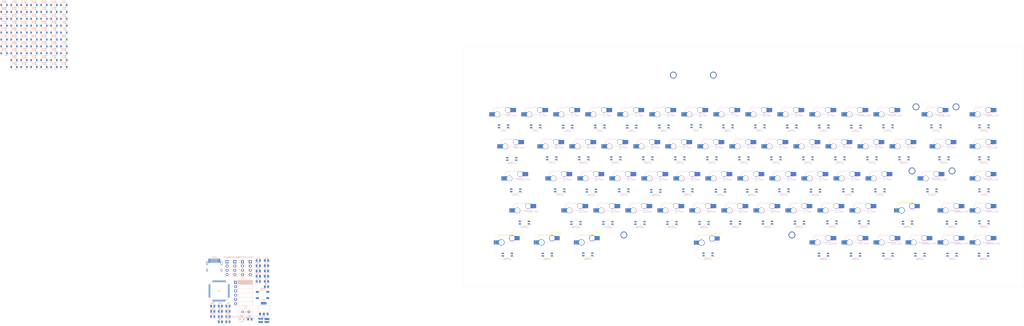
<source format=kicad_pcb>
(kicad_pcb
	(version 20241229)
	(generator "pcbnew")
	(generator_version "9.0")
	(general
		(thickness 1.6)
		(legacy_teardrops no)
	)
	(paper "A3")
	(layers
		(0 "F.Cu" signal)
		(4 "In1.Cu" signal)
		(6 "In2.Cu" signal)
		(2 "B.Cu" signal)
		(9 "F.Adhes" user "F.Adhesive")
		(11 "B.Adhes" user "B.Adhesive")
		(13 "F.Paste" user)
		(15 "B.Paste" user)
		(5 "F.SilkS" user "F.Silkscreen")
		(7 "B.SilkS" user "B.Silkscreen")
		(1 "F.Mask" user)
		(3 "B.Mask" user)
		(17 "Dwgs.User" user "User.Drawings")
		(19 "Cmts.User" user "User.Comments")
		(21 "Eco1.User" user "User.Eco1")
		(23 "Eco2.User" user "User.Eco2")
		(25 "Edge.Cuts" user)
		(27 "Margin" user)
		(31 "F.CrtYd" user "F.Courtyard")
		(29 "B.CrtYd" user "B.Courtyard")
		(35 "F.Fab" user)
		(33 "B.Fab" user)
		(39 "User.1" user)
		(41 "User.2" user)
		(43 "User.3" user)
		(45 "User.4" user)
		(47 "User.5" user)
		(49 "User.6" user)
		(51 "User.7" user)
		(53 "User.8" user)
		(55 "User.9" user)
	)
	(setup
		(stackup
			(layer "F.SilkS"
				(type "Top Silk Screen")
			)
			(layer "F.Paste"
				(type "Top Solder Paste")
			)
			(layer "F.Mask"
				(type "Top Solder Mask")
				(thickness 0.01)
			)
			(layer "F.Cu"
				(type "copper")
				(thickness 0.035)
			)
			(layer "dielectric 1"
				(type "prepreg")
				(thickness 0.1)
				(material "FR4")
				(epsilon_r 4.5)
				(loss_tangent 0.02)
			)
			(layer "In1.Cu"
				(type "copper")
				(thickness 0.035)
			)
			(layer "dielectric 2"
				(type "core")
				(thickness 1.24)
				(material "FR4")
				(epsilon_r 4.5)
				(loss_tangent 0.02)
			)
			(layer "In2.Cu"
				(type "copper")
				(thickness 0.035)
			)
			(layer "dielectric 3"
				(type "prepreg")
				(thickness 0.1)
				(material "FR4")
				(epsilon_r 4.5)
				(loss_tangent 0.02)
			)
			(layer "B.Cu"
				(type "copper")
				(thickness 0.035)
			)
			(layer "B.Mask"
				(type "Bottom Solder Mask")
				(thickness 0.01)
			)
			(layer "B.Paste"
				(type "Bottom Solder Paste")
			)
			(layer "B.SilkS"
				(type "Bottom Silk Screen")
			)
			(copper_finish "HAL lead-free")
			(dielectric_constraints no)
		)
		(pad_to_mask_clearance 0)
		(allow_soldermask_bridges_in_footprints no)
		(tenting front back)
		(grid_origin 33.3375 47.625)
		(pcbplotparams
			(layerselection 0x00000000_00000000_55555555_5755f5ff)
			(plot_on_all_layers_selection 0x00000000_00000000_00000000_00000000)
			(disableapertmacros no)
			(usegerberextensions no)
			(usegerberattributes yes)
			(usegerberadvancedattributes yes)
			(creategerberjobfile yes)
			(dashed_line_dash_ratio 12.000000)
			(dashed_line_gap_ratio 3.000000)
			(svgprecision 4)
			(plotframeref no)
			(mode 1)
			(useauxorigin no)
			(hpglpennumber 1)
			(hpglpenspeed 20)
			(hpglpendiameter 15.000000)
			(pdf_front_fp_property_popups yes)
			(pdf_back_fp_property_popups yes)
			(pdf_metadata yes)
			(pdf_single_document no)
			(dxfpolygonmode yes)
			(dxfimperialunits yes)
			(dxfusepcbnewfont yes)
			(psnegative no)
			(psa4output no)
			(plot_black_and_white yes)
			(sketchpadsonfab no)
			(plotpadnumbers no)
			(hidednponfab no)
			(sketchdnponfab yes)
			(crossoutdnponfab yes)
			(subtractmaskfromsilk no)
			(outputformat 1)
			(mirror no)
			(drillshape 1)
			(scaleselection 1)
			(outputdirectory "")
		)
	)
	(net 0 "")
	(net 1 "GND")
	(net 2 "+3.3V")
	(net 3 "+5V")
	(net 4 "Net-(D3-A)")
	(net 5 "Net-(D4-A)")
	(net 6 "Net-(D5-A)")
	(net 7 "Net-(D6-A)")
	(net 8 "Net-(D7-A)")
	(net 9 "Net-(D8-A)")
	(net 10 "Net-(D9-A)")
	(net 11 "Net-(D10-A)")
	(net 12 "Net-(D11-A)")
	(net 13 "Net-(D12-A)")
	(net 14 "Net-(D13-A)")
	(net 15 "Net-(D14-A)")
	(net 16 "Net-(D15-A)")
	(net 17 "Net-(D16-A)")
	(net 18 "Net-(D17-A)")
	(net 19 "Net-(D18-A)")
	(net 20 "Net-(D19-A)")
	(net 21 "Net-(D20-A)")
	(net 22 "Net-(D21-A)")
	(net 23 "Net-(D22-A)")
	(net 24 "Net-(D23-A)")
	(net 25 "Net-(D29-A)")
	(net 26 "Net-(D30-A)")
	(net 27 "Net-(D31-A)")
	(net 28 "Net-(D32-A)")
	(net 29 "Net-(D33-A)")
	(net 30 "Net-(D24-A)")
	(net 31 "Net-(D25-A)")
	(net 32 "Net-(D26-A)")
	(net 33 "Net-(D27-A)")
	(net 34 "Net-(D28-A)")
	(net 35 "Net-(D34-A)")
	(net 36 "/COL2")
	(net 37 "/COL3")
	(net 38 "/COL4")
	(net 39 "/COL5")
	(net 40 "/COL1")
	(net 41 "Net-(LED1-DOUT)")
	(net 42 "unconnected-(LED1-VDD-Pad1)")
	(net 43 "Net-(U1-OSCIN)")
	(net 44 "Net-(U1-OSCOUT)")
	(net 45 "Net-(U1-VCAP)")
	(net 46 "/NRST")
	(net 47 "/D+")
	(net 48 "/D-")
	(net 49 "/ROW1")
	(net 50 "/ROW2")
	(net 51 "/ROW3")
	(net 52 "/ROW4")
	(net 53 "/ROW5")
	(net 54 "Net-(D35-A)")
	(net 55 "unconnected-(LED1-VSS-Pad4)")
	(net 56 "/UART_TX_EAST")
	(net 57 "/UART_RX_EAST")
	(net 58 "Net-(U1-VDDA)")
	(net 59 "/RGB_DATAIN")
	(net 60 "Net-(D36-A)")
	(net 61 "Net-(D37-A)")
	(net 62 "Net-(D38-A)")
	(net 63 "Net-(D39-A)")
	(net 64 "Net-(D40-A)")
	(net 65 "Net-(D41-A)")
	(net 66 "Net-(D42-A)")
	(net 67 "Net-(D43-A)")
	(net 68 "Net-(D44-A)")
	(net 69 "Net-(D45-A)")
	(net 70 "Net-(D46-A)")
	(net 71 "Net-(D47-A)")
	(net 72 "Net-(D48-A)")
	(net 73 "Net-(D50-A)")
	(net 74 "Net-(D51-A)")
	(net 75 "Net-(D52-A)")
	(net 76 "Net-(D53-A)")
	(net 77 "Net-(D54-A)")
	(net 78 "Net-(D55-A)")
	(net 79 "Net-(D56-A)")
	(net 80 "Net-(D57-A)")
	(net 81 "Net-(D58-A)")
	(net 82 "/UART_TX_NORTH")
	(net 83 "/UART_RX_NORTH")
	(net 84 "Net-(USB1-CC2)")
	(net 85 "Net-(USB1-CC1)")
	(net 86 "Net-(U1-PA11)")
	(net 87 "Net-(U1-PA12)")
	(net 88 "Net-(U1-BOOT)")
	(net 89 "/JTCLK")
	(net 90 "Net-(J1-Pin_2)")
	(net 91 "/JTMS")
	(net 92 "Net-(J1-Pin_4)")
	(net 93 "Net-(J1-Pin_5)")
	(net 94 "Net-(J1-Pin_6)")
	(net 95 "/SWO")
	(net 96 "/UART_TX_SOUTH")
	(net 97 "/UART_RX_SOUTH")
	(net 98 "unconnected-(U1-PB12-Pad33)")
	(net 99 "AGND")
	(net 100 "Net-(D59-A)")
	(net 101 "/UART_TX_WEST")
	(net 102 "unconnected-(U1-PC14-Pad3)")
	(net 103 "unconnected-(U1-PC15-Pad4)")
	(net 104 "Net-(D60-A)")
	(net 105 "Net-(D61-A)")
	(net 106 "Net-(D62-A)")
	(net 107 "unconnected-(U1-PC1-Pad9)")
	(net 108 "unconnected-(U1-PC3-Pad11)")
	(net 109 "Net-(D64-A)")
	(net 110 "unconnected-(U1-PC2-Pad10)")
	(net 111 "Net-(D65-A)")
	(net 112 "Net-(D68-A)")
	(net 113 "/UART_RX_WEST")
	(net 114 "Net-(D71-A)")
	(net 115 "Net-(D72-A)")
	(net 116 "Net-(D73-A)")
	(net 117 "unconnected-(U1-PC0-Pad8)")
	(net 118 "unconnected-(U1-PC13-Pad2)")
	(net 119 "Net-(D2-A)")
	(net 120 "unconnected-(USB1-SBU2-Pad3)")
	(net 121 "unconnected-(USB1-SBU1-Pad9)")
	(net 122 "unconnected-(U1-PB8-Pad61)")
	(net 123 "unconnected-(U1-PB9-Pad62)")
	(net 124 "Net-(D74-A)")
	(net 125 "Net-(D75-A)")
	(net 126 "Net-(D76-A)")
	(net 127 "/COL12")
	(net 128 "/COL9")
	(net 129 "/COL10")
	(net 130 "/COL11")
	(net 131 "/COL6")
	(net 132 "/COL7")
	(net 133 "/COL8")
	(net 134 "/COL14")
	(net 135 "/COL13")
	(net 136 "/COL15")
	(net 137 "unconnected-(U1-PC4-Pad24)")
	(net 138 "unconnected-(LED1-DIN-Pad3)")
	(net 139 "Net-(LED2-DOUT)")
	(net 140 "unconnected-(LED2-VSS-Pad4)")
	(net 141 "unconnected-(LED2-VDD-Pad1)")
	(net 142 "unconnected-(LED3-VSS-Pad4)")
	(net 143 "unconnected-(LED3-VDD-Pad1)")
	(net 144 "Net-(LED3-DOUT)")
	(net 145 "unconnected-(LED4-VDD-Pad1)")
	(net 146 "unconnected-(LED4-VSS-Pad4)")
	(net 147 "Net-(LED4-DOUT)")
	(net 148 "unconnected-(LED5-VDD-Pad1)")
	(net 149 "Net-(LED5-DOUT)")
	(net 150 "unconnected-(LED5-VSS-Pad4)")
	(net 151 "unconnected-(LED6-VDD-Pad1)")
	(net 152 "unconnected-(LED6-VSS-Pad4)")
	(net 153 "Net-(LED6-DOUT)")
	(net 154 "unconnected-(LED7-VDD-Pad1)")
	(net 155 "unconnected-(LED7-VSS-Pad4)")
	(net 156 "Net-(LED7-DOUT)")
	(net 157 "Net-(LED8-DOUT)")
	(net 158 "unconnected-(LED8-VDD-Pad1)")
	(net 159 "unconnected-(LED8-VSS-Pad4)")
	(net 160 "Net-(LED10-DIN)")
	(net 161 "unconnected-(LED9-VDD-Pad1)")
	(net 162 "unconnected-(LED9-VSS-Pad4)")
	(net 163 "Net-(LED10-DOUT)")
	(net 164 "unconnected-(LED10-VDD-Pad1)")
	(net 165 "unconnected-(LED10-VSS-Pad4)")
	(net 166 "Net-(LED11-DOUT)")
	(net 167 "unconnected-(LED11-VDD-Pad1)")
	(net 168 "unconnected-(LED11-VSS-Pad4)")
	(net 169 "unconnected-(LED12-VDD-Pad1)")
	(net 170 "unconnected-(LED12-VSS-Pad4)")
	(net 171 "Net-(LED12-DOUT)")
	(net 172 "Net-(LED13-DOUT)")
	(net 173 "unconnected-(LED13-VSS-Pad4)")
	(net 174 "unconnected-(LED13-VDD-Pad1)")
	(net 175 "unconnected-(LED14-VDD-Pad1)")
	(net 176 "Net-(LED14-DOUT)")
	(net 177 "unconnected-(LED14-VSS-Pad4)")
	(net 178 "unconnected-(LED15-VSS-Pad4)")
	(net 179 "Net-(LED15-DOUT)")
	(net 180 "unconnected-(LED15-VDD-Pad1)")
	(net 181 "Net-(LED16-DOUT)")
	(net 182 "unconnected-(LED16-VDD-Pad1)")
	(net 183 "unconnected-(LED16-VSS-Pad4)")
	(net 184 "unconnected-(LED17-VDD-Pad1)")
	(net 185 "unconnected-(LED17-VSS-Pad4)")
	(net 186 "Net-(LED17-DOUT)")
	(net 187 "unconnected-(LED18-VDD-Pad1)")
	(net 188 "unconnected-(LED18-VSS-Pad4)")
	(net 189 "Net-(LED18-DOUT)")
	(net 190 "Net-(LED19-DOUT)")
	(net 191 "unconnected-(LED19-VDD-Pad1)")
	(net 192 "unconnected-(LED19-VSS-Pad4)")
	(net 193 "unconnected-(LED20-VSS-Pad4)")
	(net 194 "unconnected-(LED20-VDD-Pad1)")
	(net 195 "Net-(LED20-DOUT)")
	(net 196 "unconnected-(LED21-VSS-Pad4)")
	(net 197 "unconnected-(LED21-VDD-Pad1)")
	(net 198 "Net-(LED21-DOUT)")
	(net 199 "unconnected-(LED22-VSS-Pad4)")
	(net 200 "Net-(LED22-DOUT)")
	(net 201 "unconnected-(LED22-VDD-Pad1)")
	(net 202 "Net-(LED23-DOUT)")
	(net 203 "unconnected-(LED23-VDD-Pad1)")
	(net 204 "unconnected-(LED23-VSS-Pad4)")
	(net 205 "unconnected-(LED24-VDD-Pad1)")
	(net 206 "Net-(LED24-DOUT)")
	(net 207 "unconnected-(LED24-VSS-Pad4)")
	(net 208 "unconnected-(LED25-VSS-Pad4)")
	(net 209 "unconnected-(LED25-VDD-Pad1)")
	(net 210 "Net-(LED25-DOUT)")
	(net 211 "Net-(LED26-DOUT)")
	(net 212 "unconnected-(LED26-VSS-Pad4)")
	(net 213 "unconnected-(LED26-VDD-Pad1)")
	(net 214 "unconnected-(LED27-VSS-Pad4)")
	(net 215 "unconnected-(LED27-VDD-Pad1)")
	(net 216 "Net-(LED27-DOUT)")
	(net 217 "unconnected-(LED28-VSS-Pad4)")
	(net 218 "unconnected-(LED28-VDD-Pad1)")
	(net 219 "Net-(LED28-DOUT)")
	(net 220 "unconnected-(LED29-VDD-Pad1)")
	(net 221 "Net-(LED29-DOUT)")
	(net 222 "unconnected-(LED29-VSS-Pad4)")
	(net 223 "Net-(LED30-DOUT)")
	(net 224 "unconnected-(LED30-VSS-Pad4)")
	(net 225 "unconnected-(LED30-VDD-Pad1)")
	(net 226 "Net-(LED31-DOUT)")
	(net 227 "unconnected-(LED31-VSS-Pad4)")
	(net 228 "unconnected-(LED31-VDD-Pad1)")
	(net 229 "unconnected-(LED32-VSS-Pad4)")
	(net 230 "unconnected-(LED32-VDD-Pad1)")
	(net 231 "Net-(LED32-DOUT)")
	(net 232 "unconnected-(LED33-VSS-Pad4)")
	(net 233 "unconnected-(LED33-VDD-Pad1)")
	(net 234 "Net-(LED33-DOUT)")
	(net 235 "unconnected-(LED34-VDD-Pad1)")
	(net 236 "Net-(LED34-DOUT)")
	(net 237 "unconnected-(LED34-VSS-Pad4)")
	(net 238 "unconnected-(LED35-VSS-Pad4)")
	(net 239 "Net-(LED35-DOUT)")
	(net 240 "unconnected-(LED35-VDD-Pad1)")
	(net 241 "Net-(LED36-DOUT)")
	(net 242 "unconnected-(LED36-VDD-Pad1)")
	(net 243 "unconnected-(LED36-VSS-Pad4)")
	(net 244 "unconnected-(LED37-VSS-Pad4)")
	(net 245 "unconnected-(LED37-VDD-Pad1)")
	(net 246 "Net-(LED37-DOUT)")
	(net 247 "unconnected-(LED38-VSS-Pad4)")
	(net 248 "unconnected-(LED38-VDD-Pad1)")
	(net 249 "Net-(LED38-DOUT)")
	(net 250 "unconnected-(LED39-VDD-Pad1)")
	(net 251 "Net-(LED39-DOUT)")
	(net 252 "unconnected-(LED39-VSS-Pad4)")
	(net 253 "Net-(LED40-DOUT)")
	(net 254 "unconnected-(LED40-VSS-Pad4)")
	(net 255 "unconnected-(LED40-VDD-Pad1)")
	(net 256 "unconnected-(LED41-VSS-Pad4)")
	(net 257 "Net-(LED41-DOUT)")
	(net 258 "unconnected-(LED41-VDD-Pad1)")
	(net 259 "unconnected-(LED42-VDD-Pad1)")
	(net 260 "unconnected-(LED42-VSS-Pad4)")
	(net 261 "Net-(LED42-DOUT)")
	(net 262 "unconnected-(LED43-VSS-Pad4)")
	(net 263 "unconnected-(LED43-VDD-Pad1)")
	(net 264 "Net-(LED43-DOUT)")
	(net 265 "Net-(LED44-DOUT)")
	(net 266 "unconnected-(LED44-VSS-Pad4)")
	(net 267 "unconnected-(LED44-VDD-Pad1)")
	(net 268 "Net-(LED45-DOUT)")
	(net 269 "unconnected-(LED45-VSS-Pad4)")
	(net 270 "unconnected-(LED45-VDD-Pad1)")
	(net 271 "Net-(LED46-DOUT)")
	(net 272 "unconnected-(LED46-VDD-Pad1)")
	(net 273 "unconnected-(LED46-VSS-Pad4)")
	(net 274 "Net-(LED47-DOUT)")
	(net 275 "unconnected-(LED47-VSS-Pad4)")
	(net 276 "unconnected-(LED47-VDD-Pad1)")
	(net 277 "unconnected-(LED48-VDD-Pad1)")
	(net 278 "unconnected-(LED48-VSS-Pad4)")
	(net 279 "Net-(LED48-DOUT)")
	(net 280 "unconnected-(LED49-VDD-Pad1)")
	(net 281 "unconnected-(LED49-VSS-Pad4)")
	(net 282 "Net-(LED49-DOUT)")
	(net 283 "Net-(LED50-DOUT)")
	(net 284 "unconnected-(LED50-VDD-Pad1)")
	(net 285 "unconnected-(LED50-VSS-Pad4)")
	(net 286 "unconnected-(LED51-VDD-Pad1)")
	(net 287 "unconnected-(LED51-VSS-Pad4)")
	(net 288 "Net-(LED51-DOUT)")
	(net 289 "unconnected-(LED52-VDD-Pad1)")
	(net 290 "Net-(LED52-DOUT)")
	(net 291 "unconnected-(LED52-VSS-Pad4)")
	(net 292 "unconnected-(LED53-VDD-Pad1)")
	(net 293 "unconnected-(LED53-VSS-Pad4)")
	(net 294 "Net-(LED53-DOUT)")
	(net 295 "Net-(LED54-DOUT)")
	(net 296 "unconnected-(LED54-VDD-Pad1)")
	(net 297 "unconnected-(LED54-VSS-Pad4)")
	(net 298 "unconnected-(LED55-VDD-Pad1)")
	(net 299 "unconnected-(LED55-VSS-Pad4)")
	(net 300 "Net-(LED55-DOUT)")
	(net 301 "unconnected-(LED56-VDD-Pad1)")
	(net 302 "Net-(LED56-DOUT)")
	(net 303 "unconnected-(LED56-VSS-Pad4)")
	(net 304 "unconnected-(LED57-VDD-Pad1)")
	(net 305 "Net-(LED57-DOUT)")
	(net 306 "unconnected-(LED57-VSS-Pad4)")
	(net 307 "Net-(LED58-DOUT)")
	(net 308 "unconnected-(LED58-VDD-Pad1)")
	(net 309 "unconnected-(LED58-VSS-Pad4)")
	(net 310 "unconnected-(LED59-VDD-Pad1)")
	(net 311 "Net-(LED59-DOUT)")
	(net 312 "unconnected-(LED59-VSS-Pad4)")
	(net 313 "Net-(LED60-DOUT)")
	(net 314 "unconnected-(LED60-VDD-Pad1)")
	(net 315 "unconnected-(LED60-VSS-Pad4)")
	(net 316 "Net-(LED61-DOUT)")
	(net 317 "unconnected-(LED61-VSS-Pad4)")
	(net 318 "unconnected-(LED61-VDD-Pad1)")
	(net 319 "unconnected-(LED62-VDD-Pad1)")
	(net 320 "unconnected-(LED62-VSS-Pad4)")
	(net 321 "Net-(LED62-DOUT)")
	(net 322 "unconnected-(LED63-VDD-Pad1)")
	(net 323 "unconnected-(LED63-VSS-Pad4)")
	(net 324 "Net-(LED63-DOUT)")
	(net 325 "unconnected-(LED64-VDD-Pad1)")
	(net 326 "unconnected-(LED64-VSS-Pad4)")
	(net 327 "Net-(LED64-DOUT)")
	(net 328 "unconnected-(LED65-VDD-Pad1)")
	(net 329 "Net-(LED65-DOUT)")
	(net 330 "unconnected-(LED65-VSS-Pad4)")
	(net 331 "unconnected-(LED66-VSS-Pad4)")
	(net 332 "Net-(LED66-DOUT)")
	(net 333 "unconnected-(LED66-VDD-Pad1)")
	(net 334 "unconnected-(LED67-VSS-Pad4)")
	(net 335 "unconnected-(LED67-VDD-Pad1)")
	(net 336 "Net-(LED67-DOUT)")
	(net 337 "unconnected-(LED68-VDD-Pad1)")
	(net 338 "unconnected-(LED68-VSS-Pad4)")
	(net 339 "unconnected-(LED68-DOUT-Pad2)")
	(net 340 "unconnected-(U1-PA6-Pad22)")
	(net 341 "unconnected-(U1-PA4-Pad20)")
	(net 342 "unconnected-(U1-PA7-Pad23)")
	(footprint "PCM_marbastlib-mx:STAB_MX_P_2u" (layer "F.Cu") (at 325.91375 90.4875))
	(footprint "PCM_Switch_Keyboard_Hotswap_Kailh:SW_Hotswap_Kailh_MX_Plated_1.25u" (layer "F.Cu") (at 118.745 166.6875))
	(footprint "PCM_Switch_Keyboard_Hotswap_Kailh:SW_Hotswap_Kailh_MX_Plated_1.25u" (layer "F.Cu") (at 190.1825 166.84625))
	(footprint "PCM_marbastlib-mx:STAB_MX_2.25u" (layer "F.Cu") (at 80.645 147.6375))
	(footprint "PCM_marbastlib-mx:STAB_MX_P_6.25u" (layer "F.Cu") (at 190.1825 166.6875))
	(footprint "PCM_marbastlib-mx:STAB_MX_P_2.25u" (layer "F.Cu") (at 323.5325 128.5875))
	(footprint "PCM_Switch_Keyboard_Hotswap_Kailh:SW_Hotswap_Kailh_MX_Plated_1.25u" (layer "F.Cu") (at 71.12 166.6875))
	(footprint "PCM_Switch_Keyboard_Hotswap_Kailh:SW_Hotswap_Kailh_MX_Plated_1.25u" (layer "F.Cu") (at 94.9325 166.6875))
	(footprint "PCM_marbastlib-mx:STAB_MX_P_2u" (layer "F.Cu") (at 181.47775 71.585001))
	(footprint "PCM_Switch_Keyboard_Hotswap_Kailh:SW_Hotswap_Kailh_MX_Plated_1.75u" (layer "F.Cu") (at 309.245 147.6375))
	(footprint "PCM_Resistor_SMD_AKL:R_0805_2012Metric" (layer "B.Cu") (at -99.92025 205.13825 180))
	(footprint "PCM_marbastlib-choc:LED_choc_6028R" (layer "B.Cu") (at 140.150092 133.195385))
	(footprint "PCM_marbastlib-mx:SW_MX_HS_CPG151101S11_1u" (layer "B.Cu") (at 87.73625 90.4875 180))
	(footprint "PCM_marbastlib-choc:LED_choc_6028R" (layer "B.Cu") (at 68.6225 95.105))
	(footprint "PCM_marbastlib-mx:SW_MX_HS_CPG151101S11_1u" (layer "B.Cu") (at 268.76375 109.5375 180))
	(footprint "PCM_Diode_SMD_AKL:D_SOD-123" (layer "B.Cu") (at -210.80025 35.19825 180))
	(footprint "PCM_Capacitor_SMD_AKL:C_0805_2012Metric" (layer "B.Cu") (at -77.352932 178.02825 180))
	(footprint "PCM_marbastlib-mx:SW_MX_HS_CPG151101S11_1u" (layer "B.Cu") (at 354.48875 90.4875 180))
	(footprint "PCM_Diode_SMD_AKL:D_SOD-123"
		(layer "B.Cu")
		(uuid "0c466174-f6ad-4447-88f8-34b613a531cf")
		(at -222.64025 26.99825 180)
		(descr "SOD-123, Alternate KiCad Library")
		(tags "SOD-123")
		(property "Reference" "D55"
			(at 0 2.127 0)
			(layer "B.SilkS")
			(uuid "982e6bb8-9a0d-410f-9d0a-d726b865f72a")
			(effects
				(font
					(size 1 1)
					(thickness 0.15)
				)
				(justify mirror)
			)
		)
		(property "Value" "1N4148W"
			(at 0 -2.1 0)
			(layer "B.Fab")
			(hide yes)
			(uuid "ac428771-fe48-47c0-83fe-4ecc667c1c17")
			(effects
				(font
					(size 1 1)
					(thickness 0.15)
				)
				(justify mirror)
			)
		)
		(property "Datasheet" "https://datasheet.octopart.com/1N4148W-HE3-18-Vishay-datasheet-17291302.pdf"
			(at 0 0 0)
			(layer "B.Fab")
			(hide yes)
			(uuid "e9dce212-2ac3-4199-b167-040ba93d7633")
			(effects
				(font
					(size 1.27 1.27)
					(thickness 0.15)
				)
				(justify mirror)
			)
		)
		(property "Description" "SOD-123 Diode, Small Signal, Fast Switching, 75V, 150mA, 4ns, Alternate KiCad Library"
			(at 0 0 0)
			(layer "B.Fab")
			(hide yes)
			(uuid "ee93bd52-ac73-445e-88e3-8087c2cc0af8")
			(effects
				(font
					(size 1.27 1.27)
					(thickness 0.15)
				)
				(justify mirror)
			)
		)
		(property ki_fp_filters "TO-???* *_Diode_* *SingleDiode* D_*")
		(path "/1d905906-6e74-4741-8b2e-53dc470a7c79/c9786b6b-2770-4710-83e4-1251929bc4f5")
		(sheetname "/Keymatrix/")
		(sheetfile "matrixrot.kicad_sch")
		(attr smd)
		(fp_line
			(start 2.4 1.2)
			(end -2.4 1.2)
			(stroke
				(width 0.12)
				(type solid)
			)
			(layer "B.SilkS")
			(uuid "07b39d6d-ebf4-4cd3-9771-39629aa25053")
		)
		(fp_line
			(start 2.4 -1.2)
			(end 2.4 1.2)
			(stroke
				(width 0.12)
				(type solid)
			)
			(layer "B.SilkS")
			(uuid "5f479399-2ae7-45a1-9eb4-eb68644c6a6b")
		)
		(fp_line
			(start -2.4 1.2)
			(end -2.4 -1.2)
			(stroke
				(width 0.12)
				(type solid)
			)
			(layer "B.SilkS")
			(uuid "6cf7e828-2d37-447b-974a-1995752f7e83")
		)
		(fp_line
			(start -2.4 -1.2)
			(end 2.4 -1.2)
			(stroke
				(width 0.12)
				(type solid)
			)
			(layer "B.SilkS")
			(uuid "4f757b73-68e7-4903-b699-9b54bc249cd3")
		)
		(fp_poly
			(pts
				(xy -0.6 1.2) (xy -1.4 1.2) (xy -1.4 1.5) (xy -0.6 1.5)
			)
			(stroke
				(width 0.1)
				(type solid)
			)
			(fill yes)
			(layer "B.SilkS")
			(uuid "1403d53a-c318-41bb-8656-e4dc02cbca71")
		)
		(fp_poly
			(pts
				(xy -0.6 -1.5) (xy -1.4 -1.5) (xy -1.4 -1.2) (xy -0.6 -1.2)
			)
			(stroke
				(width 0.1)
				(type solid)
			)
			(fill yes)
			(layer "B.SilkS")
			(uuid "7b59d227-b009-4d2a-a7a7-75a061ccee40")
		)
		(fp_line
			(start 2.35 1.15)
			(end 2.35 -1.15)
			(stroke
				(width 0.05)
				(type solid)
			)
			(layer "B.CrtYd")
			(uuid "06dd008f-2718-4321-9e8e-9104125a0ea7")
		)
		(fp_line
			(start 2.35 -1.15)
			(end -2.35 -1.15)
			(stroke
				(width 0.05)
				(type solid)
			)
			(layer "B.CrtYd")
			(uuid "3bb307f4-591a-4185-a99d-b1ae82da8d58")
		)
		(fp_line
			(start -2.35 1.15)
			(end 2.35 1.15)
			(stroke
				(width 0.05)
				(type solid)
			)
			(layer "B.CrtYd")
			(uuid "fed8c0f6-34ef-4a74-8c03-a5e0cbb58c07")
		)
		(fp_line
			(start -2.35 1.15)
			(end -2.35 -1.15)
			(stroke
				(width 0.05)
				(type solid)
			)
			(layer "B.CrtYd")
			(uuid "f676fe69-95f9-42b7-b875-f362e0faf5a3")
		)
		(fp_line
			(start 1.9 0.3)
			(end 1.9 -0.3)
			(stroke
				(width 0.1)
				(type solid)
			)
			(layer "B.Fab")
			(uuid "3486babf-4446-45b4-9ee5-c489147fffa8")
		)
		(fp_line
			(start 1.9 -0.3)
			(end 1.5 -0.3)
			(stroke
				(width 0.1)
				(type solid)
			)
			(layer "B.Fab")
			(uuid "e0d39fa8-1ae6-4983-9b59-d733adbf6105")
		)
		(fp_line
			(start 1.5 -0.3)
			(end 1.4 -0.3)
			(stroke
				(width 0.1)
				(type solid)
			)
			(layer "B.Fab")
			(uuid "2e54f2a5-9adf-44f0-abe1-c23b5d7cf53a")
		)
		(fp_line
			(start 1.4 0.9)
			(end 1.4 -0.9)
			(stroke
				(width 0.1)
				(type solid)
			)
			(layer "B.Fab")
			(uuid "c66af026-0b1a-49f3-85a5-7d0f89a67548")
		)
		(fp_line
			(start 1.4 0.3)
			(end 1.9 0.3)
			(stroke
				(width 0.1)
				(type solid)
			)
			(layer "B.Fab")
			(uuid "aae402fe-ebc2-47cc-8d76-cba3c1168d29")
		)
		(fp_line
			(start 1.4 -0.9)
			(end -1.4 -0.9)
			(stroke
				(width 0.1)
				(type solid)
			)
			(layer "B.Fab")
			(uuid "f08fd837-0152-4bac-97ab-28a5ac6a691f")
		)
		(fp_line
			(start -1.4 0.9)
			(end 1.4 0.9)
			(stroke
				(width 0.1)
				(type solid)
			)
			(layer "B.Fab")
			(uuid "e21934ab-634c-4426-b72e-8cfe77be5420")
		)
		(fp_line
			(start -1.4 0.3)
			(end -1.9 0.3)
			(stroke
				(width 0.1)
				(type solid)
			)
			(layer "B.Fab")
			(uuid "4ab4dc94-ed1d-411c-b9f4-ea53dcde26bc")
		)
		(fp_line
			(start -1.4 -0.9)
			(end -1.4 0.9)
			(stroke
				(width 0.1)
				(type solid)
			)
			(layer "B.Fab")
			(uuid "7bbbca33-e72e-4b21-9ed7-2a602c180bb9")
		)
		(fp_line
			(start -1.9 0.3)
			(end -1.9 -0.3)
			(stroke
				(width 0.1)
				(type solid)
			)
			(layer "B.Fab")
			(uuid "2aae3e84-8328-4706-b438-6c57fb9a8db8")
		)
		(fp_line
			(start -1.9 -0.3)
			(end -1.4 -0.3)
			(stroke
				(width 0.1)
				(type solid)
			)
			(layer "B.Fab")
			(uuid "a70645d8-c0a2-4a56-b5d1-7bacffce71a7")
		)
		(fp_rect
			(start -1 0.9)
			(end -0.6 -0.9)
			(stroke
				(
... [2068735 chars truncated]
</source>
